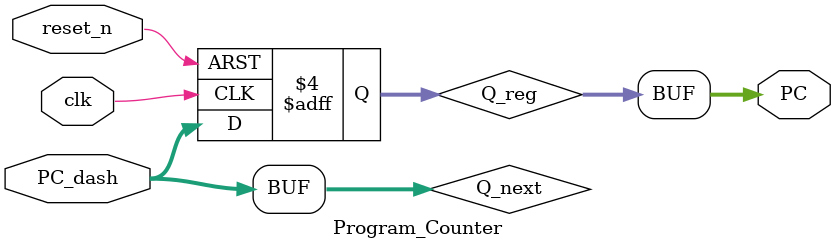
<source format=v>

module Program_Counter #(parameter n_bit=32)
(
  input clk,reset_n,
  input [n_bit-1 : 0] PC_dash,
  output [n_bit-1 : 0] PC

);
reg [n_bit-1 : 0] Q_reg,Q_next;

always @(posedge clk,negedge reset_n) 
begin
if (~reset_n) 
	begin
  	   Q_reg <= 'b0;
	end 
else 
	begin
  	   Q_reg <= Q_next;
	end
end

always @(*) 
begin
  Q_next = PC_dash;
end

assign PC = Q_reg;

endmodule

</source>
